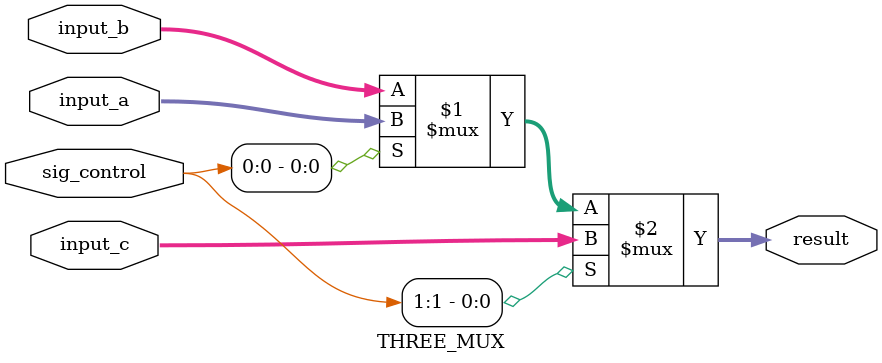
<source format=v>
/*
 * A 3-way multiplexor with a 2-bit control signal that gives the following
 * control-output mapping:
 * -----------------------
 * 00 -> input_a
 * 01 -> input_b
 * 11 -> input_c
 */
module THREE_MUX (sig_control, input_a, input_b, input_c, result);
  parameter size = 32;

  input wire [1:0] sig_control;
  input wire [size-1:0] input_a;
  input wire [size-1:0] input_b;
  input wire [size-1:0] input_c;
  output wire [size-1:0] result;

  assign result = sig_control[1] ? input_c : (sig_control[0] ? input_a : input_b);

endmodule

</source>
